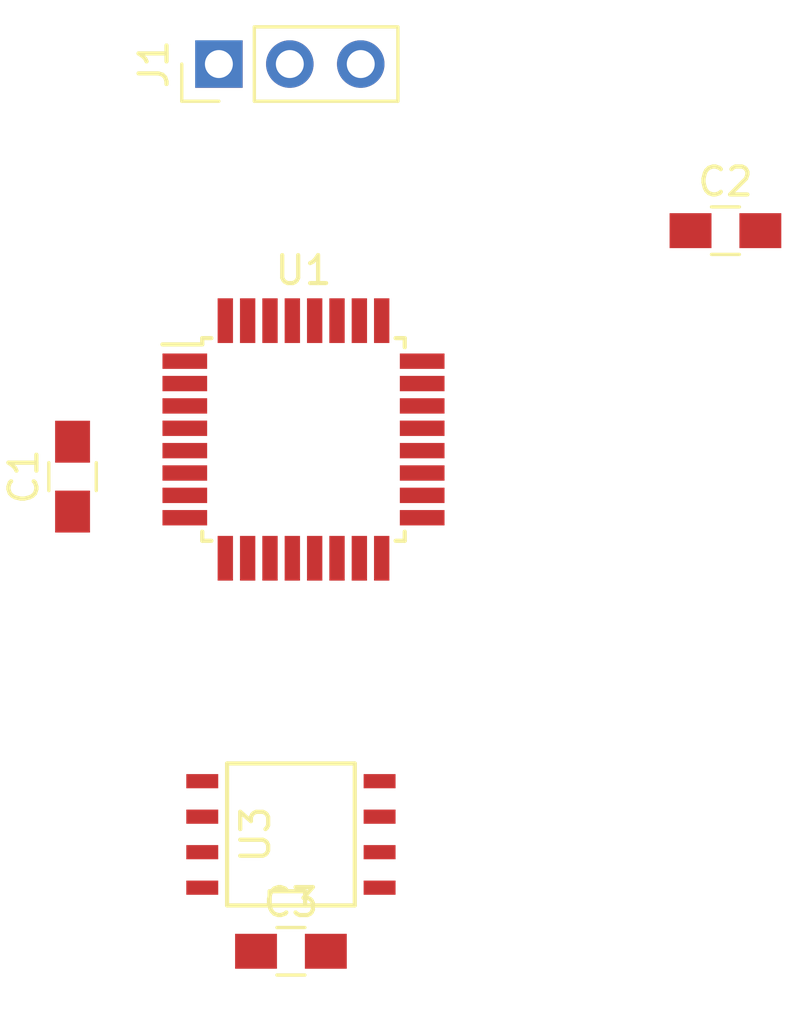
<source format=kicad_pcb>
(kicad_pcb (version 4) (host pcbnew 4.0.7)

  (general
    (links 18)
    (no_connects 18)
    (area 0 0 0 0)
    (thickness 1.6)
    (drawings 0)
    (tracks 0)
    (zones 0)
    (modules 6)
    (nets 32)
  )

  (page A4)
  (layers
    (0 F.Cu signal)
    (31 B.Cu signal)
    (32 B.Adhes user)
    (33 F.Adhes user)
    (34 B.Paste user)
    (35 F.Paste user)
    (36 B.SilkS user)
    (37 F.SilkS user)
    (38 B.Mask user)
    (39 F.Mask user)
    (40 Dwgs.User user)
    (41 Cmts.User user)
    (42 Eco1.User user)
    (43 Eco2.User user)
    (44 Edge.Cuts user)
    (45 Margin user)
    (46 B.CrtYd user)
    (47 F.CrtYd user)
    (48 B.Fab user)
    (49 F.Fab user)
  )

  (setup
    (last_trace_width 0.25)
    (trace_clearance 0.2)
    (zone_clearance 0.508)
    (zone_45_only no)
    (trace_min 0.2)
    (segment_width 0.2)
    (edge_width 0.15)
    (via_size 0.6)
    (via_drill 0.4)
    (via_min_size 0.4)
    (via_min_drill 0.3)
    (uvia_size 0.3)
    (uvia_drill 0.1)
    (uvias_allowed no)
    (uvia_min_size 0.2)
    (uvia_min_drill 0.1)
    (pcb_text_width 0.3)
    (pcb_text_size 1.5 1.5)
    (mod_edge_width 0.15)
    (mod_text_size 1 1)
    (mod_text_width 0.15)
    (pad_size 1.524 1.524)
    (pad_drill 0.762)
    (pad_to_mask_clearance 0.2)
    (aux_axis_origin 0 0)
    (visible_elements FFFFFF7F)
    (pcbplotparams
      (layerselection 0x00030_80000001)
      (usegerberextensions false)
      (excludeedgelayer true)
      (linewidth 0.100000)
      (plotframeref false)
      (viasonmask false)
      (mode 1)
      (useauxorigin false)
      (hpglpennumber 1)
      (hpglpenspeed 20)
      (hpglpendiameter 15)
      (hpglpenoverlay 2)
      (psnegative false)
      (psa4output false)
      (plotreference true)
      (plotvalue true)
      (plotinvisibletext false)
      (padsonsilk false)
      (subtractmaskfromsilk false)
      (outputformat 1)
      (mirror false)
      (drillshape 1)
      (scaleselection 1)
      (outputdirectory ""))
  )

  (net 0 "")
  (net 1 /VCC)
  (net 2 GND)
  (net 3 "Net-(C2-Pad1)")
  (net 4 /RX)
  (net 5 /TX)
  (net 6 "Net-(U1-Pad1)")
  (net 7 "Net-(U1-Pad2)")
  (net 8 /INT1)
  (net 9 /INT2)
  (net 10 "Net-(U1-Pad9)")
  (net 11 "Net-(U1-Pad10)")
  (net 12 "Net-(U1-Pad11)")
  (net 13 "Net-(U1-Pad12)")
  (net 14 "Net-(U1-Pad13)")
  (net 15 /CS)
  (net 16 /MOSI)
  (net 17 /MISO)
  (net 18 /SCK)
  (net 19 "Net-(U1-Pad19)")
  (net 20 "Net-(U1-Pad20)")
  (net 21 "Net-(U1-Pad22)")
  (net 22 "Net-(U1-Pad23)")
  (net 23 "Net-(U1-Pad24)")
  (net 24 "Net-(U1-Pad25)")
  (net 25 "Net-(U1-Pad26)")
  (net 26 /SDA)
  (net 27 /SCL)
  (net 28 "Net-(U1-Pad29)")
  (net 29 "Net-(U1-Pad32)")
  (net 30 "Net-(U3-Pad7)")
  (net 31 "Net-(U3-Pad3)")

  (net_class Default "This is the default net class."
    (clearance 0.2)
    (trace_width 0.25)
    (via_dia 0.6)
    (via_drill 0.4)
    (uvia_dia 0.3)
    (uvia_drill 0.1)
    (add_net /CS)
    (add_net /INT1)
    (add_net /INT2)
    (add_net /MISO)
    (add_net /MOSI)
    (add_net /RX)
    (add_net /SCK)
    (add_net /SCL)
    (add_net /SDA)
    (add_net /TX)
    (add_net /VCC)
    (add_net GND)
    (add_net "Net-(C2-Pad1)")
    (add_net "Net-(U1-Pad1)")
    (add_net "Net-(U1-Pad10)")
    (add_net "Net-(U1-Pad11)")
    (add_net "Net-(U1-Pad12)")
    (add_net "Net-(U1-Pad13)")
    (add_net "Net-(U1-Pad19)")
    (add_net "Net-(U1-Pad2)")
    (add_net "Net-(U1-Pad20)")
    (add_net "Net-(U1-Pad22)")
    (add_net "Net-(U1-Pad23)")
    (add_net "Net-(U1-Pad24)")
    (add_net "Net-(U1-Pad25)")
    (add_net "Net-(U1-Pad26)")
    (add_net "Net-(U1-Pad29)")
    (add_net "Net-(U1-Pad32)")
    (add_net "Net-(U1-Pad9)")
    (add_net "Net-(U3-Pad3)")
    (add_net "Net-(U3-Pad7)")
  )

  (module Capacitors_SMD:C_0805_HandSoldering (layer F.Cu) (tedit 58AA84A8) (tstamp 5A1E2876)
    (at 115.75 102.68 90)
    (descr "Capacitor SMD 0805, hand soldering")
    (tags "capacitor 0805")
    (path /5A1E19B5)
    (attr smd)
    (fp_text reference C1 (at 0 -1.75 90) (layer F.SilkS)
      (effects (font (size 1 1) (thickness 0.15)))
    )
    (fp_text value 100nF (at 0 1.75 90) (layer F.Fab)
      (effects (font (size 1 1) (thickness 0.15)))
    )
    (fp_text user %R (at 0 -1.75 90) (layer F.Fab)
      (effects (font (size 1 1) (thickness 0.15)))
    )
    (fp_line (start -1 0.62) (end -1 -0.62) (layer F.Fab) (width 0.1))
    (fp_line (start 1 0.62) (end -1 0.62) (layer F.Fab) (width 0.1))
    (fp_line (start 1 -0.62) (end 1 0.62) (layer F.Fab) (width 0.1))
    (fp_line (start -1 -0.62) (end 1 -0.62) (layer F.Fab) (width 0.1))
    (fp_line (start 0.5 -0.85) (end -0.5 -0.85) (layer F.SilkS) (width 0.12))
    (fp_line (start -0.5 0.85) (end 0.5 0.85) (layer F.SilkS) (width 0.12))
    (fp_line (start -2.25 -0.88) (end 2.25 -0.88) (layer F.CrtYd) (width 0.05))
    (fp_line (start -2.25 -0.88) (end -2.25 0.87) (layer F.CrtYd) (width 0.05))
    (fp_line (start 2.25 0.87) (end 2.25 -0.88) (layer F.CrtYd) (width 0.05))
    (fp_line (start 2.25 0.87) (end -2.25 0.87) (layer F.CrtYd) (width 0.05))
    (pad 1 smd rect (at -1.25 0 90) (size 1.5 1.25) (layers F.Cu F.Paste F.Mask)
      (net 1 /VCC))
    (pad 2 smd rect (at 1.25 0 90) (size 1.5 1.25) (layers F.Cu F.Paste F.Mask)
      (net 2 GND))
    (model Capacitors_SMD.3dshapes/C_0805.wrl
      (at (xyz 0 0 0))
      (scale (xyz 1 1 1))
      (rotate (xyz 0 0 0))
    )
  )

  (module Capacitors_SMD:C_0805_HandSoldering (layer F.Cu) (tedit 58AA84A8) (tstamp 5A1E287C)
    (at 139.13 93.88)
    (descr "Capacitor SMD 0805, hand soldering")
    (tags "capacitor 0805")
    (path /5A1E1B19)
    (attr smd)
    (fp_text reference C2 (at 0 -1.75) (layer F.SilkS)
      (effects (font (size 1 1) (thickness 0.15)))
    )
    (fp_text value 100nF (at 0 1.75) (layer F.Fab)
      (effects (font (size 1 1) (thickness 0.15)))
    )
    (fp_text user %R (at 0 -1.75) (layer F.Fab)
      (effects (font (size 1 1) (thickness 0.15)))
    )
    (fp_line (start -1 0.62) (end -1 -0.62) (layer F.Fab) (width 0.1))
    (fp_line (start 1 0.62) (end -1 0.62) (layer F.Fab) (width 0.1))
    (fp_line (start 1 -0.62) (end 1 0.62) (layer F.Fab) (width 0.1))
    (fp_line (start -1 -0.62) (end 1 -0.62) (layer F.Fab) (width 0.1))
    (fp_line (start 0.5 -0.85) (end -0.5 -0.85) (layer F.SilkS) (width 0.12))
    (fp_line (start -0.5 0.85) (end 0.5 0.85) (layer F.SilkS) (width 0.12))
    (fp_line (start -2.25 -0.88) (end 2.25 -0.88) (layer F.CrtYd) (width 0.05))
    (fp_line (start -2.25 -0.88) (end -2.25 0.87) (layer F.CrtYd) (width 0.05))
    (fp_line (start 2.25 0.87) (end 2.25 -0.88) (layer F.CrtYd) (width 0.05))
    (fp_line (start 2.25 0.87) (end -2.25 0.87) (layer F.CrtYd) (width 0.05))
    (pad 1 smd rect (at -1.25 0) (size 1.5 1.25) (layers F.Cu F.Paste F.Mask)
      (net 3 "Net-(C2-Pad1)"))
    (pad 2 smd rect (at 1.25 0) (size 1.5 1.25) (layers F.Cu F.Paste F.Mask)
      (net 2 GND))
    (model Capacitors_SMD.3dshapes/C_0805.wrl
      (at (xyz 0 0 0))
      (scale (xyz 1 1 1))
      (rotate (xyz 0 0 0))
    )
  )

  (module Capacitors_SMD:C_0805_HandSoldering (layer F.Cu) (tedit 58AA84A8) (tstamp 5A1E2882)
    (at 123.57 119.66)
    (descr "Capacitor SMD 0805, hand soldering")
    (tags "capacitor 0805")
    (path /5A1E246E)
    (attr smd)
    (fp_text reference C3 (at 0 -1.75) (layer F.SilkS)
      (effects (font (size 1 1) (thickness 0.15)))
    )
    (fp_text value 100nF (at 0 1.75) (layer F.Fab)
      (effects (font (size 1 1) (thickness 0.15)))
    )
    (fp_text user %R (at 0 -1.75) (layer F.Fab)
      (effects (font (size 1 1) (thickness 0.15)))
    )
    (fp_line (start -1 0.62) (end -1 -0.62) (layer F.Fab) (width 0.1))
    (fp_line (start 1 0.62) (end -1 0.62) (layer F.Fab) (width 0.1))
    (fp_line (start 1 -0.62) (end 1 0.62) (layer F.Fab) (width 0.1))
    (fp_line (start -1 -0.62) (end 1 -0.62) (layer F.Fab) (width 0.1))
    (fp_line (start 0.5 -0.85) (end -0.5 -0.85) (layer F.SilkS) (width 0.12))
    (fp_line (start -0.5 0.85) (end 0.5 0.85) (layer F.SilkS) (width 0.12))
    (fp_line (start -2.25 -0.88) (end 2.25 -0.88) (layer F.CrtYd) (width 0.05))
    (fp_line (start -2.25 -0.88) (end -2.25 0.87) (layer F.CrtYd) (width 0.05))
    (fp_line (start 2.25 0.87) (end 2.25 -0.88) (layer F.CrtYd) (width 0.05))
    (fp_line (start 2.25 0.87) (end -2.25 0.87) (layer F.CrtYd) (width 0.05))
    (pad 1 smd rect (at -1.25 0) (size 1.5 1.25) (layers F.Cu F.Paste F.Mask)
      (net 1 /VCC))
    (pad 2 smd rect (at 1.25 0) (size 1.5 1.25) (layers F.Cu F.Paste F.Mask)
      (net 2 GND))
    (model Capacitors_SMD.3dshapes/C_0805.wrl
      (at (xyz 0 0 0))
      (scale (xyz 1 1 1))
      (rotate (xyz 0 0 0))
    )
  )

  (module Pin_Headers:Pin_Header_Straight_1x03_Pitch2.54mm (layer F.Cu) (tedit 59650532) (tstamp 5A1E2889)
    (at 120.99 87.92 90)
    (descr "Through hole straight pin header, 1x03, 2.54mm pitch, single row")
    (tags "Through hole pin header THT 1x03 2.54mm single row")
    (path /5A1E2716)
    (fp_text reference J1 (at 0 -2.33 90) (layer F.SilkS)
      (effects (font (size 1 1) (thickness 0.15)))
    )
    (fp_text value Serial (at 0 7.41 90) (layer F.Fab)
      (effects (font (size 1 1) (thickness 0.15)))
    )
    (fp_line (start -0.635 -1.27) (end 1.27 -1.27) (layer F.Fab) (width 0.1))
    (fp_line (start 1.27 -1.27) (end 1.27 6.35) (layer F.Fab) (width 0.1))
    (fp_line (start 1.27 6.35) (end -1.27 6.35) (layer F.Fab) (width 0.1))
    (fp_line (start -1.27 6.35) (end -1.27 -0.635) (layer F.Fab) (width 0.1))
    (fp_line (start -1.27 -0.635) (end -0.635 -1.27) (layer F.Fab) (width 0.1))
    (fp_line (start -1.33 6.41) (end 1.33 6.41) (layer F.SilkS) (width 0.12))
    (fp_line (start -1.33 1.27) (end -1.33 6.41) (layer F.SilkS) (width 0.12))
    (fp_line (start 1.33 1.27) (end 1.33 6.41) (layer F.SilkS) (width 0.12))
    (fp_line (start -1.33 1.27) (end 1.33 1.27) (layer F.SilkS) (width 0.12))
    (fp_line (start -1.33 0) (end -1.33 -1.33) (layer F.SilkS) (width 0.12))
    (fp_line (start -1.33 -1.33) (end 0 -1.33) (layer F.SilkS) (width 0.12))
    (fp_line (start -1.8 -1.8) (end -1.8 6.85) (layer F.CrtYd) (width 0.05))
    (fp_line (start -1.8 6.85) (end 1.8 6.85) (layer F.CrtYd) (width 0.05))
    (fp_line (start 1.8 6.85) (end 1.8 -1.8) (layer F.CrtYd) (width 0.05))
    (fp_line (start 1.8 -1.8) (end -1.8 -1.8) (layer F.CrtYd) (width 0.05))
    (fp_text user %R (at 0 2.54 180) (layer F.Fab)
      (effects (font (size 1 1) (thickness 0.15)))
    )
    (pad 1 thru_hole rect (at 0 0 90) (size 1.7 1.7) (drill 1) (layers *.Cu *.Mask)
      (net 4 /RX))
    (pad 2 thru_hole oval (at 0 2.54 90) (size 1.7 1.7) (drill 1) (layers *.Cu *.Mask)
      (net 5 /TX))
    (pad 3 thru_hole oval (at 0 5.08 90) (size 1.7 1.7) (drill 1) (layers *.Cu *.Mask)
      (net 2 GND))
    (model ${KISYS3DMOD}/Pin_Headers.3dshapes/Pin_Header_Straight_1x03_Pitch2.54mm.wrl
      (at (xyz 0 0 0))
      (scale (xyz 1 1 1))
      (rotate (xyz 0 0 0))
    )
  )

  (module Housings_QFP:TQFP-32_7x7mm_Pitch0.8mm (layer F.Cu) (tedit 58CC9A48) (tstamp 5A1E28AD)
    (at 124.02 101.35)
    (descr "32-Lead Plastic Thin Quad Flatpack (PT) - 7x7x1.0 mm Body, 2.00 mm [TQFP] (see Microchip Packaging Specification 00000049BS.pdf)")
    (tags "QFP 0.8")
    (path /5A1E167C)
    (attr smd)
    (fp_text reference U1 (at 0 -6.05) (layer F.SilkS)
      (effects (font (size 1 1) (thickness 0.15)))
    )
    (fp_text value ATMEGA328P-AU (at 0 6.05) (layer F.Fab)
      (effects (font (size 1 1) (thickness 0.15)))
    )
    (fp_text user %R (at 0 0) (layer F.Fab)
      (effects (font (size 1 1) (thickness 0.15)))
    )
    (fp_line (start -2.5 -3.5) (end 3.5 -3.5) (layer F.Fab) (width 0.15))
    (fp_line (start 3.5 -3.5) (end 3.5 3.5) (layer F.Fab) (width 0.15))
    (fp_line (start 3.5 3.5) (end -3.5 3.5) (layer F.Fab) (width 0.15))
    (fp_line (start -3.5 3.5) (end -3.5 -2.5) (layer F.Fab) (width 0.15))
    (fp_line (start -3.5 -2.5) (end -2.5 -3.5) (layer F.Fab) (width 0.15))
    (fp_line (start -5.3 -5.3) (end -5.3 5.3) (layer F.CrtYd) (width 0.05))
    (fp_line (start 5.3 -5.3) (end 5.3 5.3) (layer F.CrtYd) (width 0.05))
    (fp_line (start -5.3 -5.3) (end 5.3 -5.3) (layer F.CrtYd) (width 0.05))
    (fp_line (start -5.3 5.3) (end 5.3 5.3) (layer F.CrtYd) (width 0.05))
    (fp_line (start -3.625 -3.625) (end -3.625 -3.4) (layer F.SilkS) (width 0.15))
    (fp_line (start 3.625 -3.625) (end 3.625 -3.3) (layer F.SilkS) (width 0.15))
    (fp_line (start 3.625 3.625) (end 3.625 3.3) (layer F.SilkS) (width 0.15))
    (fp_line (start -3.625 3.625) (end -3.625 3.3) (layer F.SilkS) (width 0.15))
    (fp_line (start -3.625 -3.625) (end -3.3 -3.625) (layer F.SilkS) (width 0.15))
    (fp_line (start -3.625 3.625) (end -3.3 3.625) (layer F.SilkS) (width 0.15))
    (fp_line (start 3.625 3.625) (end 3.3 3.625) (layer F.SilkS) (width 0.15))
    (fp_line (start 3.625 -3.625) (end 3.3 -3.625) (layer F.SilkS) (width 0.15))
    (fp_line (start -3.625 -3.4) (end -5.05 -3.4) (layer F.SilkS) (width 0.15))
    (pad 1 smd rect (at -4.25 -2.8) (size 1.6 0.55) (layers F.Cu F.Paste F.Mask)
      (net 6 "Net-(U1-Pad1)"))
    (pad 2 smd rect (at -4.25 -2) (size 1.6 0.55) (layers F.Cu F.Paste F.Mask)
      (net 7 "Net-(U1-Pad2)"))
    (pad 3 smd rect (at -4.25 -1.2) (size 1.6 0.55) (layers F.Cu F.Paste F.Mask)
      (net 2 GND))
    (pad 4 smd rect (at -4.25 -0.4) (size 1.6 0.55) (layers F.Cu F.Paste F.Mask)
      (net 3 "Net-(C2-Pad1)"))
    (pad 5 smd rect (at -4.25 0.4) (size 1.6 0.55) (layers F.Cu F.Paste F.Mask)
      (net 2 GND))
    (pad 6 smd rect (at -4.25 1.2) (size 1.6 0.55) (layers F.Cu F.Paste F.Mask)
      (net 3 "Net-(C2-Pad1)"))
    (pad 7 smd rect (at -4.25 2) (size 1.6 0.55) (layers F.Cu F.Paste F.Mask)
      (net 8 /INT1))
    (pad 8 smd rect (at -4.25 2.8) (size 1.6 0.55) (layers F.Cu F.Paste F.Mask)
      (net 9 /INT2))
    (pad 9 smd rect (at -2.8 4.25 90) (size 1.6 0.55) (layers F.Cu F.Paste F.Mask)
      (net 10 "Net-(U1-Pad9)"))
    (pad 10 smd rect (at -2 4.25 90) (size 1.6 0.55) (layers F.Cu F.Paste F.Mask)
      (net 11 "Net-(U1-Pad10)"))
    (pad 11 smd rect (at -1.2 4.25 90) (size 1.6 0.55) (layers F.Cu F.Paste F.Mask)
      (net 12 "Net-(U1-Pad11)"))
    (pad 12 smd rect (at -0.4 4.25 90) (size 1.6 0.55) (layers F.Cu F.Paste F.Mask)
      (net 13 "Net-(U1-Pad12)"))
    (pad 13 smd rect (at 0.4 4.25 90) (size 1.6 0.55) (layers F.Cu F.Paste F.Mask)
      (net 14 "Net-(U1-Pad13)"))
    (pad 14 smd rect (at 1.2 4.25 90) (size 1.6 0.55) (layers F.Cu F.Paste F.Mask)
      (net 15 /CS))
    (pad 15 smd rect (at 2 4.25 90) (size 1.6 0.55) (layers F.Cu F.Paste F.Mask)
      (net 16 /MOSI))
    (pad 16 smd rect (at 2.8 4.25 90) (size 1.6 0.55) (layers F.Cu F.Paste F.Mask)
      (net 17 /MISO))
    (pad 17 smd rect (at 4.25 2.8) (size 1.6 0.55) (layers F.Cu F.Paste F.Mask)
      (net 18 /SCK))
    (pad 18 smd rect (at 4.25 2) (size 1.6 0.55) (layers F.Cu F.Paste F.Mask)
      (net 3 "Net-(C2-Pad1)"))
    (pad 19 smd rect (at 4.25 1.2) (size 1.6 0.55) (layers F.Cu F.Paste F.Mask)
      (net 19 "Net-(U1-Pad19)"))
    (pad 20 smd rect (at 4.25 0.4) (size 1.6 0.55) (layers F.Cu F.Paste F.Mask)
      (net 20 "Net-(U1-Pad20)"))
    (pad 21 smd rect (at 4.25 -0.4) (size 1.6 0.55) (layers F.Cu F.Paste F.Mask)
      (net 2 GND))
    (pad 22 smd rect (at 4.25 -1.2) (size 1.6 0.55) (layers F.Cu F.Paste F.Mask)
      (net 21 "Net-(U1-Pad22)"))
    (pad 23 smd rect (at 4.25 -2) (size 1.6 0.55) (layers F.Cu F.Paste F.Mask)
      (net 22 "Net-(U1-Pad23)"))
    (pad 24 smd rect (at 4.25 -2.8) (size 1.6 0.55) (layers F.Cu F.Paste F.Mask)
      (net 23 "Net-(U1-Pad24)"))
    (pad 25 smd rect (at 2.8 -4.25 90) (size 1.6 0.55) (layers F.Cu F.Paste F.Mask)
      (net 24 "Net-(U1-Pad25)"))
    (pad 26 smd rect (at 2 -4.25 90) (size 1.6 0.55) (layers F.Cu F.Paste F.Mask)
      (net 25 "Net-(U1-Pad26)"))
    (pad 27 smd rect (at 1.2 -4.25 90) (size 1.6 0.55) (layers F.Cu F.Paste F.Mask)
      (net 26 /SDA))
    (pad 28 smd rect (at 0.4 -4.25 90) (size 1.6 0.55) (layers F.Cu F.Paste F.Mask)
      (net 27 /SCL))
    (pad 29 smd rect (at -0.4 -4.25 90) (size 1.6 0.55) (layers F.Cu F.Paste F.Mask)
      (net 28 "Net-(U1-Pad29)"))
    (pad 30 smd rect (at -1.2 -4.25 90) (size 1.6 0.55) (layers F.Cu F.Paste F.Mask)
      (net 4 /RX))
    (pad 31 smd rect (at -2 -4.25 90) (size 1.6 0.55) (layers F.Cu F.Paste F.Mask)
      (net 5 /TX))
    (pad 32 smd rect (at -2.8 -4.25 90) (size 1.6 0.55) (layers F.Cu F.Paste F.Mask)
      (net 29 "Net-(U1-Pad32)"))
    (model ${KISYS3DMOD}/Housings_QFP.3dshapes/TQFP-32_7x7mm_Pitch0.8mm.wrl
      (at (xyz 0 0 0))
      (scale (xyz 1 1 1))
      (rotate (xyz 0 0 0))
    )
  )

  (module SMD_Packages:SOIC-8-N (layer F.Cu) (tedit 0) (tstamp 5A1E28B9)
    (at 123.57 115.48 90)
    (descr "Module Narrow CMS SOJ 8 pins large")
    (tags "CMS SOJ")
    (path /5A1E2198)
    (attr smd)
    (fp_text reference U3 (at 0 -1.27 90) (layer F.SilkS)
      (effects (font (size 1 1) (thickness 0.15)))
    )
    (fp_text value 23LC1024 (at 0 1.27 90) (layer F.Fab)
      (effects (font (size 1 1) (thickness 0.15)))
    )
    (fp_line (start -2.54 -2.286) (end 2.54 -2.286) (layer F.SilkS) (width 0.15))
    (fp_line (start 2.54 -2.286) (end 2.54 2.286) (layer F.SilkS) (width 0.15))
    (fp_line (start 2.54 2.286) (end -2.54 2.286) (layer F.SilkS) (width 0.15))
    (fp_line (start -2.54 2.286) (end -2.54 -2.286) (layer F.SilkS) (width 0.15))
    (fp_line (start -2.54 -0.762) (end -2.032 -0.762) (layer F.SilkS) (width 0.15))
    (fp_line (start -2.032 -0.762) (end -2.032 0.508) (layer F.SilkS) (width 0.15))
    (fp_line (start -2.032 0.508) (end -2.54 0.508) (layer F.SilkS) (width 0.15))
    (pad 8 smd rect (at -1.905 -3.175 90) (size 0.508 1.143) (layers F.Cu F.Paste F.Mask)
      (net 1 /VCC))
    (pad 7 smd rect (at -0.635 -3.175 90) (size 0.508 1.143) (layers F.Cu F.Paste F.Mask)
      (net 30 "Net-(U3-Pad7)"))
    (pad 6 smd rect (at 0.635 -3.175 90) (size 0.508 1.143) (layers F.Cu F.Paste F.Mask)
      (net 18 /SCK))
    (pad 5 smd rect (at 1.905 -3.175 90) (size 0.508 1.143) (layers F.Cu F.Paste F.Mask)
      (net 16 /MOSI))
    (pad 4 smd rect (at 1.905 3.175 90) (size 0.508 1.143) (layers F.Cu F.Paste F.Mask)
      (net 2 GND))
    (pad 3 smd rect (at 0.635 3.175 90) (size 0.508 1.143) (layers F.Cu F.Paste F.Mask)
      (net 31 "Net-(U3-Pad3)"))
    (pad 2 smd rect (at -0.635 3.175 90) (size 0.508 1.143) (layers F.Cu F.Paste F.Mask)
      (net 17 /MISO))
    (pad 1 smd rect (at -1.905 3.175 90) (size 0.508 1.143) (layers F.Cu F.Paste F.Mask)
      (net 15 /CS))
    (model SMD_Packages.3dshapes/SOIC-8-N.wrl
      (at (xyz 0 0 0))
      (scale (xyz 0.5 0.38 0.5))
      (rotate (xyz 0 0 0))
    )
  )

)

</source>
